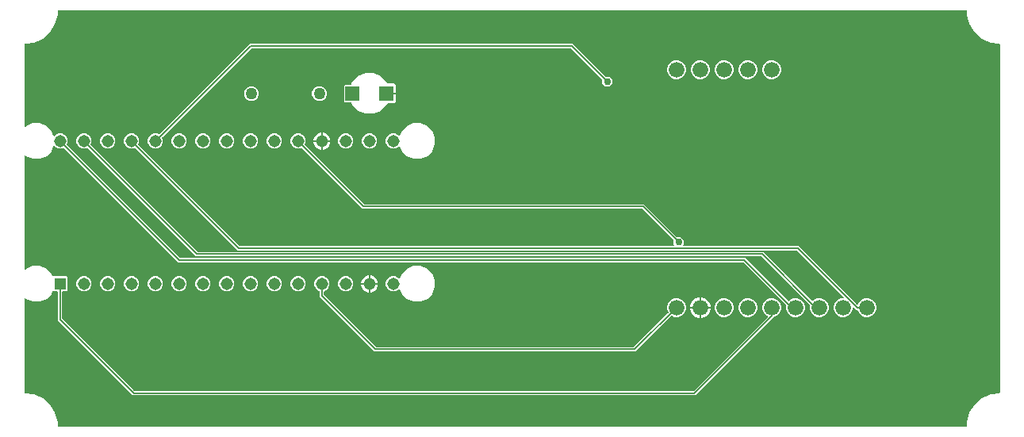
<source format=gbr>
G04 EAGLE Gerber RS-274X export*
G75*
%MOMM*%
%FSLAX34Y34*%
%LPD*%
%INTop Copper*%
%IPPOS*%
%AMOC8*
5,1,8,0,0,1.08239X$1,22.5*%
G01*
G04 Define Apertures*
%ADD10C,1.676400*%
%ADD11C,1.260000*%
%ADD12R,1.500000X1.600000*%
%ADD13R,1.308000X1.308000*%
%ADD14C,1.308000*%
%ADD15C,0.152400*%
%ADD16C,0.756400*%
G36*
X1056175Y50860D02*
X1055878Y50800D01*
X87122Y50800D01*
X86847Y50851D01*
X86592Y51015D01*
X86420Y51265D01*
X86360Y51562D01*
X86360Y55913D01*
X83479Y65724D01*
X77951Y74326D01*
X70223Y81023D01*
X60921Y85270D01*
X51454Y86632D01*
X51287Y86675D01*
X51032Y86839D01*
X50860Y87089D01*
X50800Y87386D01*
X50800Y187120D01*
X50847Y187383D01*
X51006Y187641D01*
X51254Y187816D01*
X51550Y187882D01*
X51848Y187826D01*
X52101Y187658D01*
X52709Y187050D01*
X59711Y184150D01*
X67289Y184150D01*
X74291Y187050D01*
X79650Y192409D01*
X80621Y194754D01*
X80769Y194983D01*
X81017Y195159D01*
X81313Y195224D01*
X81611Y195168D01*
X81660Y195136D01*
X85852Y195136D01*
X86127Y195085D01*
X86382Y194921D01*
X86554Y194671D01*
X86614Y194374D01*
X86614Y164153D01*
X166567Y84200D01*
X766883Y84200D01*
X850616Y167933D01*
X850863Y168098D01*
X854011Y169402D01*
X856798Y172189D01*
X858306Y175830D01*
X858306Y179770D01*
X856798Y183411D01*
X854011Y186198D01*
X850370Y187706D01*
X846430Y187706D01*
X842789Y186198D01*
X840002Y183411D01*
X838494Y179770D01*
X838494Y175830D01*
X840002Y172189D01*
X842789Y169402D01*
X843737Y169009D01*
X843966Y168861D01*
X844142Y168614D01*
X844207Y168318D01*
X844151Y168020D01*
X843984Y167767D01*
X765212Y88995D01*
X764971Y88832D01*
X764673Y88772D01*
X168777Y88772D01*
X168491Y88828D01*
X168238Y88995D01*
X91409Y165824D01*
X91246Y166065D01*
X91186Y166363D01*
X91186Y194374D01*
X91237Y194649D01*
X91401Y194904D01*
X91651Y195076D01*
X91948Y195136D01*
X96071Y195136D01*
X96964Y196029D01*
X96964Y210371D01*
X96071Y211264D01*
X81668Y211264D01*
X81639Y211244D01*
X81343Y211176D01*
X81045Y211229D01*
X80791Y211395D01*
X80621Y211646D01*
X79650Y213991D01*
X74291Y219350D01*
X67289Y222250D01*
X59711Y222250D01*
X52709Y219350D01*
X52101Y218742D01*
X51881Y218589D01*
X51586Y218519D01*
X51287Y218570D01*
X51032Y218733D01*
X50860Y218983D01*
X50800Y219280D01*
X50800Y339520D01*
X50847Y339783D01*
X51006Y340041D01*
X51254Y340216D01*
X51550Y340282D01*
X51848Y340226D01*
X52101Y340058D01*
X52709Y339450D01*
X59711Y336550D01*
X67289Y336550D01*
X74291Y339450D01*
X79650Y344809D01*
X81743Y349863D01*
X81891Y350092D01*
X82139Y350268D01*
X82435Y350333D01*
X82733Y350277D01*
X82986Y350110D01*
X84332Y348764D01*
X87296Y347536D01*
X90504Y347536D01*
X92316Y348286D01*
X92595Y348344D01*
X92893Y348289D01*
X93146Y348121D01*
X214953Y226314D01*
X817887Y226314D01*
X818173Y226258D01*
X818426Y226091D01*
X863784Y180733D01*
X863944Y180497D01*
X864007Y180201D01*
X863949Y179903D01*
X863894Y179770D01*
X863894Y175830D01*
X865402Y172189D01*
X868189Y169402D01*
X871830Y167894D01*
X875770Y167894D01*
X879411Y169402D01*
X882198Y172189D01*
X883706Y175830D01*
X883706Y179770D01*
X882198Y183411D01*
X879411Y186198D01*
X875770Y187706D01*
X871830Y187706D01*
X868189Y186198D01*
X867026Y185035D01*
X866795Y184877D01*
X866499Y184812D01*
X866201Y184867D01*
X865948Y185035D01*
X820097Y230886D01*
X217163Y230886D01*
X216877Y230942D01*
X216624Y231109D01*
X96379Y351354D01*
X96218Y351590D01*
X96156Y351887D01*
X96214Y352184D01*
X96964Y353996D01*
X96964Y357204D01*
X95736Y360168D01*
X93468Y362436D01*
X90504Y363664D01*
X87296Y363664D01*
X84332Y362436D01*
X82986Y361090D01*
X82761Y360935D01*
X82465Y360867D01*
X82167Y360920D01*
X81913Y361086D01*
X81743Y361337D01*
X79650Y366391D01*
X74291Y371750D01*
X67289Y374650D01*
X59711Y374650D01*
X52709Y371750D01*
X52101Y371142D01*
X51881Y370989D01*
X51586Y370919D01*
X51287Y370970D01*
X51032Y371133D01*
X50860Y371383D01*
X50800Y371680D01*
X50800Y458714D01*
X50819Y458885D01*
X50945Y459161D01*
X51168Y459366D01*
X51454Y459468D01*
X60921Y460830D01*
X70223Y465077D01*
X77951Y471774D01*
X83479Y480376D01*
X86360Y490187D01*
X86360Y494538D01*
X86411Y494813D01*
X86575Y495068D01*
X86825Y495240D01*
X87122Y495300D01*
X1055878Y495300D01*
X1056153Y495249D01*
X1056408Y495085D01*
X1056580Y494835D01*
X1056640Y494538D01*
X1056640Y490187D01*
X1059521Y480376D01*
X1065049Y471774D01*
X1072777Y465077D01*
X1082079Y460830D01*
X1091546Y459468D01*
X1091713Y459425D01*
X1091968Y459261D01*
X1092140Y459011D01*
X1092200Y458714D01*
X1092200Y87386D01*
X1092181Y87215D01*
X1092055Y86939D01*
X1091832Y86734D01*
X1091546Y86632D01*
X1082079Y85270D01*
X1072777Y81023D01*
X1065049Y74326D01*
X1059521Y65724D01*
X1056640Y55913D01*
X1056640Y51562D01*
X1056589Y51287D01*
X1056425Y51032D01*
X1056175Y50860D01*
G37*
%LPC*%
G36*
X188896Y347536D02*
X192104Y347536D01*
X195068Y348764D01*
X197336Y351032D01*
X198564Y353996D01*
X198564Y357204D01*
X197814Y359016D01*
X197756Y359295D01*
X197811Y359593D01*
X197979Y359846D01*
X292824Y454691D01*
X293065Y454854D01*
X293363Y454914D01*
X633737Y454914D01*
X634023Y454858D01*
X634276Y454691D01*
X667571Y421396D01*
X667734Y421155D01*
X667794Y420857D01*
X667794Y416902D01*
X670902Y413794D01*
X675298Y413794D01*
X678406Y416902D01*
X678406Y421298D01*
X675298Y424406D01*
X671343Y424406D01*
X671057Y424462D01*
X670804Y424629D01*
X635947Y459486D01*
X291153Y459486D01*
X194746Y363079D01*
X194510Y362918D01*
X194213Y362856D01*
X193916Y362914D01*
X192104Y363664D01*
X188896Y363664D01*
X185932Y362436D01*
X183664Y360168D01*
X182436Y357204D01*
X182436Y353996D01*
X183664Y351032D01*
X185932Y348764D01*
X188896Y347536D01*
G37*
G36*
X846430Y421894D02*
X850370Y421894D01*
X854011Y423402D01*
X856798Y426189D01*
X858306Y429830D01*
X858306Y433770D01*
X856798Y437411D01*
X854011Y440198D01*
X850370Y441706D01*
X846430Y441706D01*
X842789Y440198D01*
X840002Y437411D01*
X838494Y433770D01*
X838494Y429830D01*
X840002Y426189D01*
X842789Y423402D01*
X846430Y421894D01*
G37*
G36*
X821030Y421894D02*
X824970Y421894D01*
X828611Y423402D01*
X831398Y426189D01*
X832906Y429830D01*
X832906Y433770D01*
X831398Y437411D01*
X828611Y440198D01*
X824970Y441706D01*
X821030Y441706D01*
X817389Y440198D01*
X814602Y437411D01*
X813094Y433770D01*
X813094Y429830D01*
X814602Y426189D01*
X817389Y423402D01*
X821030Y421894D01*
G37*
G36*
X795630Y421894D02*
X799570Y421894D01*
X803211Y423402D01*
X805998Y426189D01*
X807506Y429830D01*
X807506Y433770D01*
X805998Y437411D01*
X803211Y440198D01*
X799570Y441706D01*
X795630Y441706D01*
X791989Y440198D01*
X789202Y437411D01*
X787694Y433770D01*
X787694Y429830D01*
X789202Y426189D01*
X791989Y423402D01*
X795630Y421894D01*
G37*
G36*
X770230Y421894D02*
X774170Y421894D01*
X777811Y423402D01*
X780598Y426189D01*
X782106Y429830D01*
X782106Y433770D01*
X780598Y437411D01*
X777811Y440198D01*
X774170Y441706D01*
X770230Y441706D01*
X766589Y440198D01*
X763802Y437411D01*
X762294Y433770D01*
X762294Y429830D01*
X763802Y426189D01*
X766589Y423402D01*
X770230Y421894D01*
G37*
G36*
X744830Y421894D02*
X748770Y421894D01*
X752411Y423402D01*
X755198Y426189D01*
X756706Y429830D01*
X756706Y433770D01*
X755198Y437411D01*
X752411Y440198D01*
X748770Y441706D01*
X744830Y441706D01*
X741189Y440198D01*
X738402Y437411D01*
X736894Y433770D01*
X736894Y429830D01*
X738402Y426189D01*
X741189Y423402D01*
X744830Y421894D01*
G37*
G36*
X414792Y384740D02*
X423408Y384740D01*
X431369Y388038D01*
X437462Y394131D01*
X437984Y395390D01*
X438141Y395628D01*
X438391Y395800D01*
X438688Y395860D01*
X445652Y395860D01*
X447140Y397348D01*
X447140Y405638D01*
X436338Y405638D01*
X436338Y407162D01*
X447140Y407162D01*
X447140Y415452D01*
X445652Y416940D01*
X438688Y416940D01*
X438408Y416993D01*
X438153Y417159D01*
X437984Y417410D01*
X437462Y418669D01*
X431369Y424762D01*
X423408Y428060D01*
X414792Y428060D01*
X406831Y424762D01*
X400738Y418669D01*
X399795Y416394D01*
X399639Y416156D01*
X399388Y415984D01*
X399091Y415924D01*
X392969Y415924D01*
X392076Y415031D01*
X392076Y397769D01*
X392969Y396876D01*
X399091Y396876D01*
X399372Y396823D01*
X399626Y396657D01*
X399795Y396406D01*
X400738Y394131D01*
X406831Y388038D01*
X414792Y384740D01*
G37*
G36*
X364184Y398576D02*
X367296Y398576D01*
X370172Y399767D01*
X372373Y401968D01*
X373564Y404844D01*
X373564Y407956D01*
X372373Y410832D01*
X370172Y413033D01*
X367296Y414224D01*
X364184Y414224D01*
X361308Y413033D01*
X359107Y410832D01*
X357916Y407956D01*
X357916Y404844D01*
X359107Y401968D01*
X361308Y399767D01*
X364184Y398576D01*
G37*
G36*
X291784Y398576D02*
X294896Y398576D01*
X297772Y399767D01*
X299973Y401968D01*
X301164Y404844D01*
X301164Y407956D01*
X299973Y410832D01*
X297772Y413033D01*
X294896Y414224D01*
X291784Y414224D01*
X288908Y413033D01*
X286707Y410832D01*
X285516Y407956D01*
X285516Y404844D01*
X286707Y401968D01*
X288908Y399767D01*
X291784Y398576D01*
G37*
G36*
X466111Y336550D02*
X473689Y336550D01*
X480691Y339450D01*
X486050Y344809D01*
X488950Y351811D01*
X488950Y359389D01*
X486050Y366391D01*
X480691Y371750D01*
X473689Y374650D01*
X466111Y374650D01*
X459109Y371750D01*
X453750Y366391D01*
X451657Y361337D01*
X451509Y361108D01*
X451261Y360932D01*
X450965Y360867D01*
X450667Y360923D01*
X450414Y361090D01*
X449068Y362436D01*
X446104Y363664D01*
X442896Y363664D01*
X439932Y362436D01*
X437664Y360168D01*
X436436Y357204D01*
X436436Y353996D01*
X437664Y351032D01*
X439932Y348764D01*
X442896Y347536D01*
X446104Y347536D01*
X449068Y348764D01*
X450414Y350110D01*
X450639Y350265D01*
X450935Y350333D01*
X451233Y350280D01*
X451487Y350114D01*
X451657Y349863D01*
X453750Y344809D01*
X459109Y339450D01*
X466111Y336550D01*
G37*
G36*
X369062Y356362D02*
X377380Y356362D01*
X377380Y357406D01*
X375998Y360743D01*
X373443Y363298D01*
X370106Y364680D01*
X369062Y364680D01*
X369062Y356362D01*
G37*
G36*
X359220Y356362D02*
X367538Y356362D01*
X367538Y364680D01*
X366494Y364680D01*
X363157Y363298D01*
X360602Y360743D01*
X359220Y357406D01*
X359220Y356362D01*
G37*
G36*
X239696Y347536D02*
X242904Y347536D01*
X245868Y348764D01*
X248136Y351032D01*
X249364Y353996D01*
X249364Y357204D01*
X248136Y360168D01*
X245868Y362436D01*
X242904Y363664D01*
X239696Y363664D01*
X236732Y362436D01*
X234464Y360168D01*
X233236Y357204D01*
X233236Y353996D01*
X234464Y351032D01*
X236732Y348764D01*
X239696Y347536D01*
G37*
G36*
X214296Y347536D02*
X217504Y347536D01*
X220468Y348764D01*
X222736Y351032D01*
X223964Y353996D01*
X223964Y357204D01*
X222736Y360168D01*
X220468Y362436D01*
X217504Y363664D01*
X214296Y363664D01*
X211332Y362436D01*
X209064Y360168D01*
X207836Y357204D01*
X207836Y353996D01*
X209064Y351032D01*
X211332Y348764D01*
X214296Y347536D01*
G37*
G36*
X138096Y347536D02*
X141304Y347536D01*
X144268Y348764D01*
X146536Y351032D01*
X147764Y353996D01*
X147764Y357204D01*
X146536Y360168D01*
X144268Y362436D01*
X141304Y363664D01*
X138096Y363664D01*
X135132Y362436D01*
X132864Y360168D01*
X131636Y357204D01*
X131636Y353996D01*
X132864Y351032D01*
X135132Y348764D01*
X138096Y347536D01*
G37*
G36*
X897230Y167894D02*
X901170Y167894D01*
X904811Y169402D01*
X907598Y172189D01*
X909106Y175830D01*
X909106Y179770D01*
X907598Y183411D01*
X904811Y186198D01*
X901170Y187706D01*
X897230Y187706D01*
X893589Y186198D01*
X892426Y185035D01*
X892195Y184877D01*
X891899Y184812D01*
X891601Y184867D01*
X891348Y185035D01*
X839147Y237236D01*
X236213Y237236D01*
X235927Y237292D01*
X235674Y237459D01*
X121779Y351354D01*
X121618Y351590D01*
X121556Y351887D01*
X121614Y352184D01*
X122364Y353996D01*
X122364Y357204D01*
X121136Y360168D01*
X118868Y362436D01*
X115904Y363664D01*
X112696Y363664D01*
X109732Y362436D01*
X107464Y360168D01*
X106236Y357204D01*
X106236Y353996D01*
X107464Y351032D01*
X109732Y348764D01*
X112696Y347536D01*
X115904Y347536D01*
X117716Y348286D01*
X117995Y348344D01*
X118293Y348289D01*
X118546Y348121D01*
X234003Y232664D01*
X836937Y232664D01*
X837223Y232608D01*
X837476Y232441D01*
X889184Y180733D01*
X889344Y180497D01*
X889407Y180201D01*
X889349Y179903D01*
X889294Y179770D01*
X889294Y175830D01*
X890802Y172189D01*
X893589Y169402D01*
X897230Y167894D01*
G37*
G36*
X417496Y347536D02*
X420704Y347536D01*
X423668Y348764D01*
X425936Y351032D01*
X427164Y353996D01*
X427164Y357204D01*
X425936Y360168D01*
X423668Y362436D01*
X420704Y363664D01*
X417496Y363664D01*
X414532Y362436D01*
X412264Y360168D01*
X411036Y357204D01*
X411036Y353996D01*
X412264Y351032D01*
X414532Y348764D01*
X417496Y347536D01*
G37*
G36*
X265096Y347536D02*
X268304Y347536D01*
X271268Y348764D01*
X273536Y351032D01*
X274764Y353996D01*
X274764Y357204D01*
X273536Y360168D01*
X271268Y362436D01*
X268304Y363664D01*
X265096Y363664D01*
X262132Y362436D01*
X259864Y360168D01*
X258636Y357204D01*
X258636Y353996D01*
X259864Y351032D01*
X262132Y348764D01*
X265096Y347536D01*
G37*
G36*
X315896Y347536D02*
X319104Y347536D01*
X322068Y348764D01*
X324336Y351032D01*
X325564Y353996D01*
X325564Y357204D01*
X324336Y360168D01*
X322068Y362436D01*
X319104Y363664D01*
X315896Y363664D01*
X312932Y362436D01*
X310664Y360168D01*
X309436Y357204D01*
X309436Y353996D01*
X310664Y351032D01*
X312932Y348764D01*
X315896Y347536D01*
G37*
G36*
X922630Y167894D02*
X926570Y167894D01*
X930211Y169402D01*
X932998Y172189D01*
X934506Y175830D01*
X934506Y177908D01*
X934553Y178172D01*
X934712Y178430D01*
X934960Y178605D01*
X935256Y178670D01*
X935554Y178615D01*
X935807Y178447D01*
X938740Y175514D01*
X939716Y175514D01*
X939996Y175461D01*
X940250Y175295D01*
X940420Y175044D01*
X941602Y172189D01*
X944389Y169402D01*
X948030Y167894D01*
X951970Y167894D01*
X955611Y169402D01*
X958398Y172189D01*
X959906Y175830D01*
X959906Y179770D01*
X958398Y183411D01*
X955611Y186198D01*
X951970Y187706D01*
X948030Y187706D01*
X944389Y186198D01*
X941602Y183411D01*
X940781Y181429D01*
X940633Y181199D01*
X940385Y181024D01*
X940089Y180959D01*
X939791Y181014D01*
X939538Y181182D01*
X877134Y243586D01*
X754579Y243586D01*
X754316Y243633D01*
X754058Y243792D01*
X753883Y244040D01*
X753818Y244336D01*
X753873Y244634D01*
X754041Y244887D01*
X754606Y245452D01*
X754606Y249848D01*
X751498Y252956D01*
X747543Y252956D01*
X747257Y253012D01*
X747004Y253179D01*
X712147Y288036D01*
X414013Y288036D01*
X413727Y288092D01*
X413474Y288259D01*
X350379Y351354D01*
X350218Y351590D01*
X350156Y351887D01*
X350214Y352184D01*
X350964Y353996D01*
X350964Y357204D01*
X349736Y360168D01*
X347468Y362436D01*
X344504Y363664D01*
X341296Y363664D01*
X338332Y362436D01*
X336064Y360168D01*
X334836Y357204D01*
X334836Y353996D01*
X336064Y351032D01*
X338332Y348764D01*
X341296Y347536D01*
X344504Y347536D01*
X346316Y348286D01*
X346595Y348344D01*
X346893Y348289D01*
X347146Y348121D01*
X411803Y283464D01*
X709937Y283464D01*
X710223Y283408D01*
X710476Y283241D01*
X743771Y249946D01*
X743934Y249705D01*
X743994Y249407D01*
X743994Y245452D01*
X744559Y244887D01*
X744712Y244667D01*
X744782Y244372D01*
X744731Y244073D01*
X744568Y243818D01*
X744318Y243646D01*
X744021Y243586D01*
X280663Y243586D01*
X280377Y243642D01*
X280124Y243809D01*
X172579Y351354D01*
X172418Y351590D01*
X172356Y351887D01*
X172414Y352184D01*
X173164Y353996D01*
X173164Y357204D01*
X171936Y360168D01*
X169668Y362436D01*
X166704Y363664D01*
X163496Y363664D01*
X160532Y362436D01*
X158264Y360168D01*
X157036Y357204D01*
X157036Y353996D01*
X158264Y351032D01*
X160532Y348764D01*
X163496Y347536D01*
X166704Y347536D01*
X168516Y348286D01*
X168795Y348344D01*
X169093Y348289D01*
X169346Y348121D01*
X278453Y239014D01*
X874924Y239014D01*
X875210Y238958D01*
X875463Y238791D01*
X925247Y189007D01*
X925400Y188787D01*
X925470Y188492D01*
X925419Y188193D01*
X925256Y187938D01*
X925006Y187766D01*
X924708Y187706D01*
X922630Y187706D01*
X918989Y186198D01*
X916202Y183411D01*
X914694Y179770D01*
X914694Y175830D01*
X916202Y172189D01*
X918989Y169402D01*
X922630Y167894D01*
G37*
G36*
X392096Y347536D02*
X395304Y347536D01*
X398268Y348764D01*
X400536Y351032D01*
X401764Y353996D01*
X401764Y357204D01*
X400536Y360168D01*
X398268Y362436D01*
X395304Y363664D01*
X392096Y363664D01*
X389132Y362436D01*
X386864Y360168D01*
X385636Y357204D01*
X385636Y353996D01*
X386864Y351032D01*
X389132Y348764D01*
X392096Y347536D01*
G37*
G36*
X290496Y347536D02*
X293704Y347536D01*
X296668Y348764D01*
X298936Y351032D01*
X300164Y353996D01*
X300164Y357204D01*
X298936Y360168D01*
X296668Y362436D01*
X293704Y363664D01*
X290496Y363664D01*
X287532Y362436D01*
X285264Y360168D01*
X284036Y357204D01*
X284036Y353996D01*
X285264Y351032D01*
X287532Y348764D01*
X290496Y347536D01*
G37*
G36*
X369062Y346520D02*
X370106Y346520D01*
X373443Y347902D01*
X375998Y350457D01*
X377380Y353794D01*
X377380Y354838D01*
X369062Y354838D01*
X369062Y346520D01*
G37*
G36*
X366494Y346520D02*
X367538Y346520D01*
X367538Y354838D01*
X359220Y354838D01*
X359220Y353794D01*
X360602Y350457D01*
X363157Y347902D01*
X366494Y346520D01*
G37*
G36*
X466111Y184150D02*
X473689Y184150D01*
X480691Y187050D01*
X486050Y192409D01*
X488950Y199411D01*
X488950Y206989D01*
X486050Y213991D01*
X480691Y219350D01*
X473689Y222250D01*
X466111Y222250D01*
X459109Y219350D01*
X453750Y213991D01*
X451657Y208937D01*
X451509Y208708D01*
X451261Y208532D01*
X450965Y208467D01*
X450667Y208523D01*
X450414Y208690D01*
X449068Y210036D01*
X446104Y211264D01*
X442896Y211264D01*
X439932Y210036D01*
X437664Y207768D01*
X436436Y204804D01*
X436436Y201596D01*
X437664Y198632D01*
X439932Y196364D01*
X442896Y195136D01*
X446104Y195136D01*
X449068Y196364D01*
X450414Y197710D01*
X450639Y197865D01*
X450935Y197933D01*
X451233Y197880D01*
X451487Y197714D01*
X451657Y197463D01*
X453750Y192409D01*
X459109Y187050D01*
X466111Y184150D01*
G37*
G36*
X410020Y203962D02*
X418338Y203962D01*
X418338Y212280D01*
X417294Y212280D01*
X413957Y210898D01*
X411402Y208343D01*
X410020Y205006D01*
X410020Y203962D01*
G37*
G36*
X419862Y203962D02*
X428180Y203962D01*
X428180Y205006D01*
X426798Y208343D01*
X424243Y210898D01*
X420906Y212280D01*
X419862Y212280D01*
X419862Y203962D01*
G37*
G36*
X341296Y195136D02*
X344504Y195136D01*
X347468Y196364D01*
X349736Y198632D01*
X350964Y201596D01*
X350964Y204804D01*
X349736Y207768D01*
X347468Y210036D01*
X344504Y211264D01*
X341296Y211264D01*
X338332Y210036D01*
X336064Y207768D01*
X334836Y204804D01*
X334836Y201596D01*
X336064Y198632D01*
X338332Y196364D01*
X341296Y195136D01*
G37*
G36*
X239696Y195136D02*
X242904Y195136D01*
X245868Y196364D01*
X248136Y198632D01*
X249364Y201596D01*
X249364Y204804D01*
X248136Y207768D01*
X245868Y210036D01*
X242904Y211264D01*
X239696Y211264D01*
X236732Y210036D01*
X234464Y207768D01*
X233236Y204804D01*
X233236Y201596D01*
X234464Y198632D01*
X236732Y196364D01*
X239696Y195136D01*
G37*
G36*
X265096Y195136D02*
X268304Y195136D01*
X271268Y196364D01*
X273536Y198632D01*
X274764Y201596D01*
X274764Y204804D01*
X273536Y207768D01*
X271268Y210036D01*
X268304Y211264D01*
X265096Y211264D01*
X262132Y210036D01*
X259864Y207768D01*
X258636Y204804D01*
X258636Y201596D01*
X259864Y198632D01*
X262132Y196364D01*
X265096Y195136D01*
G37*
G36*
X392096Y195136D02*
X395304Y195136D01*
X398268Y196364D01*
X400536Y198632D01*
X401764Y201596D01*
X401764Y204804D01*
X400536Y207768D01*
X398268Y210036D01*
X395304Y211264D01*
X392096Y211264D01*
X389132Y210036D01*
X386864Y207768D01*
X385636Y204804D01*
X385636Y201596D01*
X386864Y198632D01*
X389132Y196364D01*
X392096Y195136D01*
G37*
G36*
X112696Y195136D02*
X115904Y195136D01*
X118868Y196364D01*
X121136Y198632D01*
X122364Y201596D01*
X122364Y204804D01*
X121136Y207768D01*
X118868Y210036D01*
X115904Y211264D01*
X112696Y211264D01*
X109732Y210036D01*
X107464Y207768D01*
X106236Y204804D01*
X106236Y201596D01*
X107464Y198632D01*
X109732Y196364D01*
X112696Y195136D01*
G37*
G36*
X138096Y195136D02*
X141304Y195136D01*
X144268Y196364D01*
X146536Y198632D01*
X147764Y201596D01*
X147764Y204804D01*
X146536Y207768D01*
X144268Y210036D01*
X141304Y211264D01*
X138096Y211264D01*
X135132Y210036D01*
X132864Y207768D01*
X131636Y204804D01*
X131636Y201596D01*
X132864Y198632D01*
X135132Y196364D01*
X138096Y195136D01*
G37*
G36*
X163496Y195136D02*
X166704Y195136D01*
X169668Y196364D01*
X171936Y198632D01*
X173164Y201596D01*
X173164Y204804D01*
X171936Y207768D01*
X169668Y210036D01*
X166704Y211264D01*
X163496Y211264D01*
X160532Y210036D01*
X158264Y207768D01*
X157036Y204804D01*
X157036Y201596D01*
X158264Y198632D01*
X160532Y196364D01*
X163496Y195136D01*
G37*
G36*
X188896Y195136D02*
X192104Y195136D01*
X195068Y196364D01*
X197336Y198632D01*
X198564Y201596D01*
X198564Y204804D01*
X197336Y207768D01*
X195068Y210036D01*
X192104Y211264D01*
X188896Y211264D01*
X185932Y210036D01*
X183664Y207768D01*
X182436Y204804D01*
X182436Y201596D01*
X183664Y198632D01*
X185932Y196364D01*
X188896Y195136D01*
G37*
G36*
X424503Y131064D02*
X703297Y131064D01*
X741144Y168911D01*
X741380Y169072D01*
X741677Y169135D01*
X741975Y169077D01*
X744830Y167894D01*
X748770Y167894D01*
X752411Y169402D01*
X755198Y172189D01*
X756706Y175830D01*
X756706Y179770D01*
X755198Y183411D01*
X752411Y186198D01*
X748770Y187706D01*
X744830Y187706D01*
X741189Y186198D01*
X738402Y183411D01*
X736894Y179770D01*
X736894Y175830D01*
X738077Y172975D01*
X738134Y172695D01*
X738079Y172397D01*
X737911Y172144D01*
X701626Y135859D01*
X701385Y135696D01*
X701087Y135636D01*
X426713Y135636D01*
X426427Y135692D01*
X426174Y135859D01*
X370809Y191224D01*
X370646Y191465D01*
X370586Y191763D01*
X370586Y194909D01*
X370639Y195190D01*
X370805Y195444D01*
X371056Y195613D01*
X372868Y196364D01*
X375136Y198632D01*
X376364Y201596D01*
X376364Y204804D01*
X375136Y207768D01*
X372868Y210036D01*
X369904Y211264D01*
X366696Y211264D01*
X363732Y210036D01*
X361464Y207768D01*
X360236Y204804D01*
X360236Y201596D01*
X361464Y198632D01*
X363732Y196364D01*
X365544Y195613D01*
X365782Y195457D01*
X365954Y195207D01*
X366014Y194909D01*
X366014Y189553D01*
X424503Y131064D01*
G37*
G36*
X214296Y195136D02*
X217504Y195136D01*
X220468Y196364D01*
X222736Y198632D01*
X223964Y201596D01*
X223964Y204804D01*
X222736Y207768D01*
X220468Y210036D01*
X217504Y211264D01*
X214296Y211264D01*
X211332Y210036D01*
X209064Y207768D01*
X207836Y204804D01*
X207836Y201596D01*
X209064Y198632D01*
X211332Y196364D01*
X214296Y195136D01*
G37*
G36*
X315896Y195136D02*
X319104Y195136D01*
X322068Y196364D01*
X324336Y198632D01*
X325564Y201596D01*
X325564Y204804D01*
X324336Y207768D01*
X322068Y210036D01*
X319104Y211264D01*
X315896Y211264D01*
X312932Y210036D01*
X310664Y207768D01*
X309436Y204804D01*
X309436Y201596D01*
X310664Y198632D01*
X312932Y196364D01*
X315896Y195136D01*
G37*
G36*
X290496Y195136D02*
X293704Y195136D01*
X296668Y196364D01*
X298936Y198632D01*
X300164Y201596D01*
X300164Y204804D01*
X298936Y207768D01*
X296668Y210036D01*
X293704Y211264D01*
X290496Y211264D01*
X287532Y210036D01*
X285264Y207768D01*
X284036Y204804D01*
X284036Y201596D01*
X285264Y198632D01*
X287532Y196364D01*
X290496Y195136D01*
G37*
G36*
X417294Y194120D02*
X418338Y194120D01*
X418338Y202438D01*
X410020Y202438D01*
X410020Y201394D01*
X411402Y198057D01*
X413957Y195502D01*
X417294Y194120D01*
G37*
G36*
X419862Y194120D02*
X420906Y194120D01*
X424243Y195502D01*
X426798Y198057D01*
X428180Y201394D01*
X428180Y202438D01*
X419862Y202438D01*
X419862Y194120D01*
G37*
G36*
X761278Y178562D02*
X771438Y178562D01*
X771438Y188722D01*
X770027Y188722D01*
X766013Y187059D01*
X762941Y183987D01*
X761278Y179973D01*
X761278Y178562D01*
G37*
G36*
X772962Y178562D02*
X783122Y178562D01*
X783122Y179973D01*
X781459Y183987D01*
X778387Y187059D01*
X774373Y188722D01*
X772962Y188722D01*
X772962Y178562D01*
G37*
G36*
X795630Y167894D02*
X799570Y167894D01*
X803211Y169402D01*
X805998Y172189D01*
X807506Y175830D01*
X807506Y179770D01*
X805998Y183411D01*
X803211Y186198D01*
X799570Y187706D01*
X795630Y187706D01*
X791989Y186198D01*
X789202Y183411D01*
X787694Y179770D01*
X787694Y175830D01*
X789202Y172189D01*
X791989Y169402D01*
X795630Y167894D01*
G37*
G36*
X821030Y167894D02*
X824970Y167894D01*
X828611Y169402D01*
X831398Y172189D01*
X832906Y175830D01*
X832906Y179770D01*
X831398Y183411D01*
X828611Y186198D01*
X824970Y187706D01*
X821030Y187706D01*
X817389Y186198D01*
X814602Y183411D01*
X813094Y179770D01*
X813094Y175830D01*
X814602Y172189D01*
X817389Y169402D01*
X821030Y167894D01*
G37*
G36*
X772962Y166878D02*
X774373Y166878D01*
X778387Y168541D01*
X781459Y171613D01*
X783122Y175627D01*
X783122Y177038D01*
X772962Y177038D01*
X772962Y166878D01*
G37*
G36*
X770027Y166878D02*
X771438Y166878D01*
X771438Y177038D01*
X761278Y177038D01*
X761278Y175627D01*
X762941Y171613D01*
X766013Y168541D01*
X770027Y166878D01*
G37*
%LPD*%
D10*
X746800Y177800D03*
X772200Y177800D03*
X797600Y177800D03*
X823000Y177800D03*
X848400Y177800D03*
X873800Y177800D03*
X899200Y177800D03*
X924600Y177800D03*
X950000Y177800D03*
X746800Y431800D03*
X772200Y431800D03*
X797600Y431800D03*
X823000Y431800D03*
X848400Y431800D03*
D11*
X293340Y406400D03*
X365740Y406400D03*
D12*
X401100Y406400D03*
X437100Y406400D03*
D13*
X88900Y203200D03*
D14*
X114300Y203200D03*
X139700Y203200D03*
X165100Y203200D03*
X190500Y203200D03*
X215900Y203200D03*
X241300Y203200D03*
X266700Y203200D03*
X292100Y203200D03*
X317500Y203200D03*
X342900Y203200D03*
X368300Y203200D03*
X393700Y203200D03*
X419100Y203200D03*
X444500Y203200D03*
X444500Y355600D03*
X419100Y355600D03*
X393700Y355600D03*
X368300Y355600D03*
X342900Y355600D03*
X317500Y355600D03*
X292100Y355600D03*
X266700Y355600D03*
X241300Y355600D03*
X215900Y355600D03*
X190500Y355600D03*
X165100Y355600D03*
X139700Y355600D03*
X114300Y355600D03*
X88900Y355600D03*
D15*
X768350Y177800D02*
X772200Y177800D01*
X234950Y234950D02*
X114300Y355600D01*
X234950Y234950D02*
X838200Y234950D01*
X895350Y177800D01*
X899200Y177800D01*
X412750Y285750D02*
X342900Y355600D01*
X711200Y285750D02*
X749300Y247650D01*
X711200Y285750D02*
X412750Y285750D01*
D16*
X749300Y247650D03*
D15*
X848400Y177800D02*
X848400Y168950D01*
X765936Y86486D01*
X167514Y86486D01*
X88900Y165100D01*
X88900Y203200D01*
X215900Y228600D02*
X88900Y355600D01*
X215900Y228600D02*
X819150Y228600D01*
X869950Y177800D01*
X873800Y177800D01*
X279400Y241300D02*
X165100Y355600D01*
X939687Y177800D02*
X950000Y177800D01*
X939687Y177800D02*
X876187Y241300D01*
X279400Y241300D01*
X368300Y190500D02*
X425450Y133350D01*
X368300Y190500D02*
X368300Y203200D01*
X702350Y133350D02*
X746800Y177800D01*
X702350Y133350D02*
X425450Y133350D01*
X190500Y355600D02*
X292100Y457200D01*
X635000Y457200D02*
X673100Y419100D01*
X635000Y457200D02*
X292100Y457200D01*
D16*
X673100Y419100D03*
M02*

</source>
